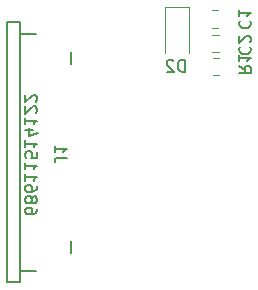
<source format=gbr>
%TF.GenerationSoftware,KiCad,Pcbnew,(5.1.7)-1*%
%TF.CreationDate,2021-02-26T18:48:08+00:00*%
%TF.ProjectId,Small Camera Adapter,536d616c-6c20-4436-916d-657261204164,rev?*%
%TF.SameCoordinates,Original*%
%TF.FileFunction,Legend,Bot*%
%TF.FilePolarity,Positive*%
%FSLAX46Y46*%
G04 Gerber Fmt 4.6, Leading zero omitted, Abs format (unit mm)*
G04 Created by KiCad (PCBNEW (5.1.7)-1) date 2021-02-26 18:48:09*
%MOMM*%
%LPD*%
G01*
G04 APERTURE LIST*
%ADD10C,0.127000*%
%ADD11C,0.120000*%
%ADD12C,0.150000*%
G04 APERTURE END LIST*
D10*
%TO.C,J1*%
X142700000Y-110600000D02*
X141300000Y-110600000D01*
X142700000Y-130600000D02*
X141300000Y-130600000D01*
X145600000Y-113100000D02*
X145600000Y-112100000D01*
X145600000Y-129100000D02*
X145600000Y-128100000D01*
X140200000Y-131600000D02*
X141300000Y-131600000D01*
X140200000Y-109600000D02*
X140200000Y-131600000D01*
X141300000Y-109600000D02*
X140200000Y-109600000D01*
X141300000Y-110600000D02*
X141300000Y-109600000D01*
X141300000Y-130600000D02*
X141300000Y-110600000D01*
X141300000Y-131600000D02*
X141300000Y-130600000D01*
D11*
%TO.C,D2*%
X153600000Y-108300000D02*
X153600000Y-112150000D01*
X155600000Y-108300000D02*
X155600000Y-112150000D01*
X153600000Y-108300000D02*
X155600000Y-108300000D01*
%TO.C,C1*%
X157576748Y-108565000D02*
X158099252Y-108565000D01*
X157576748Y-110035000D02*
X158099252Y-110035000D01*
%TO.C,C2*%
X157600748Y-112135000D02*
X158123252Y-112135000D01*
X157600748Y-110665000D02*
X158123252Y-110665000D01*
%TO.C,R1*%
X158127064Y-112565000D02*
X157672936Y-112565000D01*
X158127064Y-114035000D02*
X157672936Y-114035000D01*
%TO.C,J1*%
D12*
X145247619Y-121033333D02*
X144533333Y-121033333D01*
X144390476Y-121080952D01*
X144295238Y-121176190D01*
X144247619Y-121319047D01*
X144247619Y-121414285D01*
X144247619Y-120033333D02*
X144247619Y-120604761D01*
X144247619Y-120319047D02*
X145247619Y-120319047D01*
X145104761Y-120414285D01*
X145009523Y-120509523D01*
X144961904Y-120604761D01*
X142747619Y-125371428D02*
X142747619Y-125561904D01*
X142700000Y-125657142D01*
X142652380Y-125704761D01*
X142509523Y-125800000D01*
X142319047Y-125847619D01*
X141938095Y-125847619D01*
X141842857Y-125800000D01*
X141795238Y-125752380D01*
X141747619Y-125657142D01*
X141747619Y-125466666D01*
X141795238Y-125371428D01*
X141842857Y-125323809D01*
X141938095Y-125276190D01*
X142176190Y-125276190D01*
X142271428Y-125323809D01*
X142319047Y-125371428D01*
X142366666Y-125466666D01*
X142366666Y-125657142D01*
X142319047Y-125752380D01*
X142271428Y-125800000D01*
X142176190Y-125847619D01*
X142319047Y-124704761D02*
X142366666Y-124800000D01*
X142414285Y-124847619D01*
X142509523Y-124895238D01*
X142557142Y-124895238D01*
X142652380Y-124847619D01*
X142700000Y-124800000D01*
X142747619Y-124704761D01*
X142747619Y-124514285D01*
X142700000Y-124419047D01*
X142652380Y-124371428D01*
X142557142Y-124323809D01*
X142509523Y-124323809D01*
X142414285Y-124371428D01*
X142366666Y-124419047D01*
X142319047Y-124514285D01*
X142319047Y-124704761D01*
X142271428Y-124800000D01*
X142223809Y-124847619D01*
X142128571Y-124895238D01*
X141938095Y-124895238D01*
X141842857Y-124847619D01*
X141795238Y-124800000D01*
X141747619Y-124704761D01*
X141747619Y-124514285D01*
X141795238Y-124419047D01*
X141842857Y-124371428D01*
X141938095Y-124323809D01*
X142128571Y-124323809D01*
X142223809Y-124371428D01*
X142271428Y-124419047D01*
X142319047Y-124514285D01*
X142747619Y-123466666D02*
X142747619Y-123657142D01*
X142700000Y-123752380D01*
X142652380Y-123800000D01*
X142509523Y-123895238D01*
X142319047Y-123942857D01*
X141938095Y-123942857D01*
X141842857Y-123895238D01*
X141795238Y-123847619D01*
X141747619Y-123752380D01*
X141747619Y-123561904D01*
X141795238Y-123466666D01*
X141842857Y-123419047D01*
X141938095Y-123371428D01*
X142176190Y-123371428D01*
X142271428Y-123419047D01*
X142319047Y-123466666D01*
X142366666Y-123561904D01*
X142366666Y-123752380D01*
X142319047Y-123847619D01*
X142271428Y-123895238D01*
X142176190Y-123942857D01*
X141747619Y-122419047D02*
X141747619Y-122990476D01*
X141747619Y-122704761D02*
X142747619Y-122704761D01*
X142604761Y-122800000D01*
X142509523Y-122895238D01*
X142461904Y-122990476D01*
X141747619Y-121466666D02*
X141747619Y-122038095D01*
X141747619Y-121752380D02*
X142747619Y-121752380D01*
X142604761Y-121847619D01*
X142509523Y-121942857D01*
X142461904Y-122038095D01*
X142747619Y-120561904D02*
X142747619Y-121038095D01*
X142271428Y-121085714D01*
X142319047Y-121038095D01*
X142366666Y-120942857D01*
X142366666Y-120704761D01*
X142319047Y-120609523D01*
X142271428Y-120561904D01*
X142176190Y-120514285D01*
X141938095Y-120514285D01*
X141842857Y-120561904D01*
X141795238Y-120609523D01*
X141747619Y-120704761D01*
X141747619Y-120942857D01*
X141795238Y-121038095D01*
X141842857Y-121085714D01*
X141747619Y-119561904D02*
X141747619Y-120133333D01*
X141747619Y-119847619D02*
X142747619Y-119847619D01*
X142604761Y-119942857D01*
X142509523Y-120038095D01*
X142461904Y-120133333D01*
X142414285Y-118704761D02*
X141747619Y-118704761D01*
X142795238Y-118942857D02*
X142080952Y-119180952D01*
X142080952Y-118561904D01*
X141747619Y-117657142D02*
X141747619Y-118228571D01*
X141747619Y-117942857D02*
X142747619Y-117942857D01*
X142604761Y-118038095D01*
X142509523Y-118133333D01*
X142461904Y-118228571D01*
X142652380Y-117276190D02*
X142700000Y-117228571D01*
X142747619Y-117133333D01*
X142747619Y-116895238D01*
X142700000Y-116800000D01*
X142652380Y-116752380D01*
X142557142Y-116704761D01*
X142461904Y-116704761D01*
X142319047Y-116752380D01*
X141747619Y-117323809D01*
X141747619Y-116704761D01*
X142652380Y-116323809D02*
X142700000Y-116276190D01*
X142747619Y-116180952D01*
X142747619Y-115942857D01*
X142700000Y-115847619D01*
X142652380Y-115800000D01*
X142557142Y-115752380D01*
X142461904Y-115752380D01*
X142319047Y-115800000D01*
X141747619Y-116371428D01*
X141747619Y-115752380D01*
%TO.C,D2*%
X155238095Y-113752380D02*
X155238095Y-112752380D01*
X155000000Y-112752380D01*
X154857142Y-112800000D01*
X154761904Y-112895238D01*
X154714285Y-112990476D01*
X154666666Y-113180952D01*
X154666666Y-113323809D01*
X154714285Y-113514285D01*
X154761904Y-113609523D01*
X154857142Y-113704761D01*
X155000000Y-113752380D01*
X155238095Y-113752380D01*
X154285714Y-112847619D02*
X154238095Y-112800000D01*
X154142857Y-112752380D01*
X153904761Y-112752380D01*
X153809523Y-112800000D01*
X153761904Y-112847619D01*
X153714285Y-112942857D01*
X153714285Y-113038095D01*
X153761904Y-113180952D01*
X154333333Y-113752380D01*
X153714285Y-113752380D01*
%TO.C,C1*%
X159942857Y-109466666D02*
X159895238Y-109514285D01*
X159847619Y-109657142D01*
X159847619Y-109752380D01*
X159895238Y-109895238D01*
X159990476Y-109990476D01*
X160085714Y-110038095D01*
X160276190Y-110085714D01*
X160419047Y-110085714D01*
X160609523Y-110038095D01*
X160704761Y-109990476D01*
X160800000Y-109895238D01*
X160847619Y-109752380D01*
X160847619Y-109657142D01*
X160800000Y-109514285D01*
X160752380Y-109466666D01*
X159847619Y-108514285D02*
X159847619Y-109085714D01*
X159847619Y-108800000D02*
X160847619Y-108800000D01*
X160704761Y-108895238D01*
X160609523Y-108990476D01*
X160561904Y-109085714D01*
%TO.C,C2*%
X159942857Y-111666666D02*
X159895238Y-111714285D01*
X159847619Y-111857142D01*
X159847619Y-111952380D01*
X159895238Y-112095238D01*
X159990476Y-112190476D01*
X160085714Y-112238095D01*
X160276190Y-112285714D01*
X160419047Y-112285714D01*
X160609523Y-112238095D01*
X160704761Y-112190476D01*
X160800000Y-112095238D01*
X160847619Y-111952380D01*
X160847619Y-111857142D01*
X160800000Y-111714285D01*
X160752380Y-111666666D01*
X160752380Y-111285714D02*
X160800000Y-111238095D01*
X160847619Y-111142857D01*
X160847619Y-110904761D01*
X160800000Y-110809523D01*
X160752380Y-110761904D01*
X160657142Y-110714285D01*
X160561904Y-110714285D01*
X160419047Y-110761904D01*
X159847619Y-111333333D01*
X159847619Y-110714285D01*
%TO.C,R1*%
X159847619Y-113266666D02*
X160323809Y-113600000D01*
X159847619Y-113838095D02*
X160847619Y-113838095D01*
X160847619Y-113457142D01*
X160800000Y-113361904D01*
X160752380Y-113314285D01*
X160657142Y-113266666D01*
X160514285Y-113266666D01*
X160419047Y-113314285D01*
X160371428Y-113361904D01*
X160323809Y-113457142D01*
X160323809Y-113838095D01*
X159847619Y-112314285D02*
X159847619Y-112885714D01*
X159847619Y-112600000D02*
X160847619Y-112600000D01*
X160704761Y-112695238D01*
X160609523Y-112790476D01*
X160561904Y-112885714D01*
%TD*%
M02*

</source>
